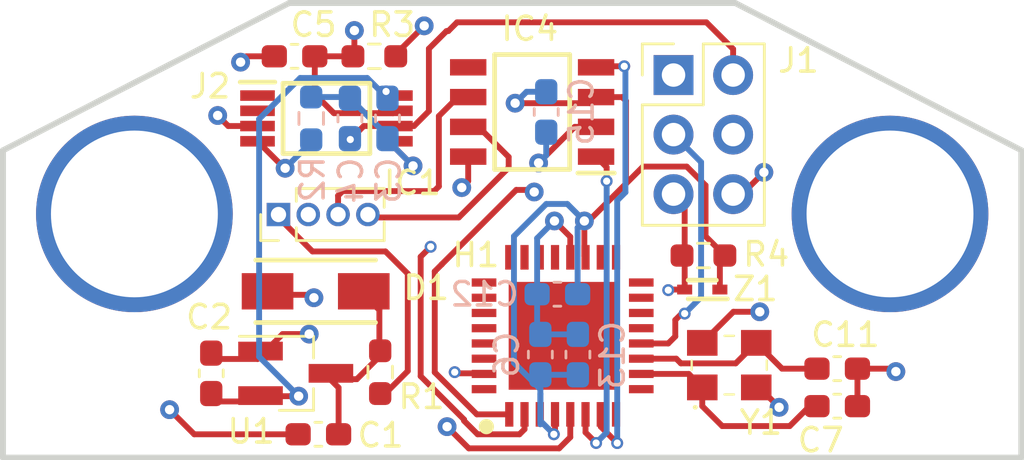
<source format=kicad_pcb>
(kicad_pcb (version 20210126) (generator pcbnew)
  (layers (0 "F.Cu" signal) (1 "In1.Cu" power) (2 "In2.Cu" signal) (31 "B.Cu" signal) (34 "B.Paste" user) (35 "F.Paste" user) (36 "B.SilkS" user "B.Silkscreen") (37 "F.SilkS" user "F.Silkscreen") (38 "B.Mask" user) (39 "F.Mask" user) (44 "Edge.Cuts" user))
  (net 0 "")
  (net 1 "GND")
  (net 2 "Net-(C1-Pad1)")
  (net 3 "5V_CAR")
  (net 4 "5V_USB")
  (net 5 "+5V")
  (net 6 "CANH")
  (net 7 "CANL")
  (net 8 "+12V")
  (net 9 "Net-(IC1-Pad4)")
  (net 11 "/mcu/RXCAN")
  (net 12 "/mcu/TXCAN")
  (net 19 "/mcu/OSC_2")
  (net 20 "/mcu/OSC_1")
  (net 23 "/mcu/RESET")
  (net 38 "/mcu/ICSP_SCK")
  (net 40 "/mcu/ICSP_MOSI")
  (net 41 "/mcu/ICSP_MISO")
  (footprint "Resistor_SMD:R_0603_1608Metric_Pad0.98x0.95mm_HandSolder" (layer "F.Cu") (at 162.025 116.4 90)
    (fp_text reference "R1" (at -1.05 1.76 180) (layer "F.SilkS"))
    (fp_text value "1R")
    (fp_line (start -0.254724 -0.5225) (end 0.254724 -0.5225) (layer "F.SilkS") (width 0.12))
    (fp_line (start -0.254724 0.5225) (end 0.254724 0.5225) (layer "F.SilkS") (width 0.12))
    (pad "1" smd roundrect (at -0.9125 0 90) (size 0.975 0.95) (layers "F.Cu" "F.Paste" "F.Mask") (net 8 "+12V"))
    (pad "2" smd roundrect (at 0.9125 0 90) (size 0.975 0.95) (layers "F.Cu" "F.Paste" "F.Mask") (net 2 "Net-(C1-Pad1)"))
  )
  (footprint "Capacitor_SMD:C_0603_1608Metric_Pad1.08x0.95mm_HandSolder" (layer "F.Cu") (at 181.5 117.85)
    (fp_text reference "C7" (at -0.7 1.45) (layer "F.SilkS"))
    (fp_text value "12pF")
    (fp_line (start -0.146267 -0.51) (end 0.146267 -0.51) (layer "F.SilkS") (width 0.12))
    (fp_line (start -0.146267 0.51) (end 0.146267 0.51) (layer "F.SilkS") (width 0.12))
    (pad "1" smd roundrect (at -0.8625 0) (size 1.075 0.95) (layers "F.Cu" "F.Paste" "F.Mask") (net 20 "/mcu/OSC_1"))
    (pad "2" smd roundrect (at 0.8625 0) (size 1.075 0.95) (layers "F.Cu" "F.Paste" "F.Mask") (net 1 "GND"))
  )
  (footprint "Resistor_SMD:R_0603_1608Metric_Pad0.98x0.95mm_HandSolder" (layer "F.Cu") (at 175.8 111.425)
    (fp_text reference "R4" (at 2.675 -0.05) (layer "F.SilkS"))
    (fp_text value "10K")
    (fp_line (start -0.254724 0.5225) (end 0.254724 0.5225) (layer "F.SilkS") (width 0.12))
    (fp_line (start -0.254724 -0.5225) (end 0.254724 -0.5225) (layer "F.SilkS") (width 0.12))
    (pad "1" smd roundrect (at -0.9125 0) (size 0.975 0.95) (layers "F.Cu" "F.Paste" "F.Mask") (net 23 "/mcu/RESET"))
    (pad "2" smd roundrect (at 0.9125 0) (size 0.975 0.95) (layers "F.Cu" "F.Paste" "F.Mask") (net 5 "+5V"))
  )
  (footprint "SamacSys_Parts:SODFL1608X70N" (layer "F.Cu") (at 175.75 112.875 180)
    (fp_text reference "Z1" (at -2.2625 0.025) (layer "F.SilkS") (effects (font (size 0.9906 0.9906) (thickness 0.1524))))
    (fp_text value "MM5Z5V1T5G" hide)
    (fp_line (start -1.07 -0.4) (end 0.6 -0.4) (layer "F.SilkS") (width 0.2))
    (fp_line (start -0.6 0.4) (end 0.6 0.4) (layer "F.SilkS") (width 0.2))
    (pad "1" smd rect (at -0.75 0 270) (size 0.42 0.64) (layers "F.Cu" "F.Paste" "F.Mask") (net 5 "+5V"))
    (pad "2" smd rect (at 0.75 0 270) (size 0.42 0.64) (layers "F.Cu" "F.Paste" "F.Mask") (net 23 "/mcu/RESET"))
  )
  (footprint "SamacSys_Parts:ECS160833BCTNTR" (layer "F.Cu") (at 176.900002 116.099996)
    (fp_text reference "Y1" (at 1.35 2.45) (layer "F.SilkS") (effects (font (size 0.9906 0.9906) (thickness 0.1524))))
    (fp_text value "ECS-160-8-33B-CTN-TR" hide)
    (fp_line (start -1.6 -0.2) (end -1.6 0.2) (layer "F.SilkS") (width 0.1))
    (fp_line (start -1.5 1.8) (end -1.5 1.8) (layer "F.SilkS") (width 0.1))
    (fp_line (start -1.4 1.8) (end -1.4 1.8) (layer "F.SilkS") (width 0.1))
    (fp_line (start 1.6 -0.2) (end 1.6 0.2) (layer "F.SilkS") (width 0.1))
    (fp_line (start -0.2 1.25) (end 0.2 1.25) (layer "F.SilkS") (width 0.1))
    (fp_line (start -0.2 -1.25) (end 0.2 -1.25) (layer "F.SilkS") (width 0.1))
    (fp_arc (start -1.45 1.8) (end -1.4 1.8) (angle -180) (layer "F.SilkS") (width 0.1))
    (fp_arc (start -1.45 1.8) (end -1.5 1.8) (angle -180) (layer "F.SilkS") (width 0.1))
    (pad "1" smd rect (at -1.15 0.95 90) (size 1.1 1.3) (layers "F.Cu" "F.Paste" "F.Mask") (net 20 "/mcu/OSC_1"))
    (pad "2" smd rect (at 1.15 0.95 90) (size 1.1 1.3) (layers "F.Cu" "F.Paste" "F.Mask") (net 1 "GND"))
    (pad "3" smd rect (at 1.15 -0.95 90) (size 1.1 1.3) (layers "F.Cu" "F.Paste" "F.Mask") (net 19 "/mcu/OSC_2"))
    (pad "4" smd rect (at -1.15 -0.95 90) (size 1.1 1.3) (layers "F.Cu" "F.Paste" "F.Mask") (net 1 "GND"))
  )
  (footprint "MountingHole:MountingHole_6mm_Pad" (layer "F.Cu") (at 183.750001 109.649895)
    (fp_text reference "H3" hide)
    (fp_text value "MountingHole")
    (pad "1" thru_hole circle (at 0 0) (size 8.382 8.382) (drill 7.112) (layers *.Cu *.Mask))
  )
  (footprint "Capacitor_SMD:C_0603_1608Metric_Pad1.08x0.95mm_HandSolder" (layer "F.Cu") (at 181.5 116.25)
    (fp_text reference "C11" (at 0.35 -1.45) (layer "F.SilkS"))
    (fp_text value "12pF")
    (fp_line (start -0.146267 0.51) (end 0.146267 0.51) (layer "F.SilkS") (width 0.12))
    (fp_line (start -0.146267 -0.51) (end 0.146267 -0.51) (layer "F.SilkS") (width 0.12))
    (pad "1" smd roundrect (at -0.8625 0) (size 1.075 0.95) (layers "F.Cu" "F.Paste" "F.Mask") (net 19 "/mcu/OSC_2"))
    (pad "2" smd roundrect (at 0.8625 0) (size 1.075 0.95) (layers "F.Cu" "F.Paste" "F.Mask") (net 1 "GND"))
  )
  (footprint "SamacSys_Parts:QFN65P700X700X100-33N" (layer "F.Cu") (at 169.799991 114.850012 90)
    (fp_text reference "H1" (at 3.45 -3.7 180) (layer "F.SilkS") (effects (font (size 0.9906 0.9906) (thickness 0.1524))))
    (fp_text value "ATMEGA16M1-MU" hide)
    (fp_circle (center -3.8745 -3.25) (end -3.8745 -3.0875) (layer "F.SilkS") (width 0.325) (fill none))
    (pad "1" smd rect (at -3.35 -2.275 180) (size 0.35 1.05) (layers "F.Cu" "F.Paste" "F.Mask") (net 41 "/mcu/ICSP_MISO"))
    (pad "2" smd rect (at -3.35 -1.625 180) (size 0.35 1.05) (layers "F.Cu" "F.Paste" "F.Mask") (net 40 "/mcu/ICSP_MOSI"))
    (pad "3" smd rect (at -3.35 -0.975 180) (size 0.35 1.05) (layers "F.Cu" "F.Paste" "F.Mask"))
    (pad "4" smd rect (at -3.35 -0.325 180) (size 0.35 1.05) (layers "F.Cu" "F.Paste" "F.Mask") (net 5 "+5V"))
    (pad "5" smd rect (at -3.35 0.325 180) (size 0.35 1.05) (layers "F.Cu" "F.Paste" "F.Mask") (net 1 "GND"))
    (pad "6" smd rect (at -3.35 0.975 180) (size 0.35 1.05) (layers "F.Cu" "F.Paste" "F.Mask") (net 12 "/mcu/TXCAN"))
    (pad "7" smd rect (at -3.35 1.625 180) (size 0.35 1.05) (layers "F.Cu" "F.Paste" "F.Mask") (net 11 "/mcu/RXCAN"))
    (pad "8" smd rect (at -3.35 2.275 180) (size 0.35 1.05) (layers "F.Cu" "F.Paste" "F.Mask"))
    (pad "9" smd rect (at -2.275 3.35 90) (size 0.35 1.05) (layers "F.Cu" "F.Paste" "F.Mask"))
    (pad "10" smd rect (at -1.625 3.35 90) (size 0.35 1.05) (layers "F.Cu" "F.Paste" "F.Mask") (net 20 "/mcu/OSC_1"))
    (pad "11" smd rect (at -0.975 3.35 90) (size 0.35 1.05) (layers "F.Cu" "F.Paste" "F.Mask") (net 19 "/mcu/OSC_2"))
    (pad "12" smd rect (at -0.325 3.35 90) (size 0.35 1.05) (layers "F.Cu" "F.Paste" "F.Mask") (net 38 "/mcu/ICSP_SCK"))
    (pad "13" smd rect (at 0.325 3.35 90) (size 0.35 1.05) (layers "F.Cu" "F.Paste" "F.Mask"))
    (pad "14" smd rect (at 0.975 3.35 90) (size 0.35 1.05) (layers "F.Cu" "F.Paste" "F.Mask"))
    (pad "15" smd rect (at 1.625 3.35 90) (size 0.35 1.05) (layers "F.Cu" "F.Paste" "F.Mask"))
    (pad "16" smd rect (at 2.275 3.35 90) (size 0.35 1.05) (layers "F.Cu" "F.Paste" "F.Mask"))
    (pad "17" smd rect (at 3.35 2.275 180) (size 0.35 1.05) (layers "F.Cu" "F.Paste" "F.Mask"))
    (pad "18" smd rect (at 3.35 1.625 180) (size 0.35 1.05) (layers "F.Cu" "F.Paste" "F.Mask"))
    (pad "19" smd rect (at 3.35 0.975 180) (size 0.35 1.05) (layers "F.Cu" "F.Paste" "F.Mask") (net 5 "+5V"))
    (pad "20" smd rect (at 3.35 0.325 180) (size 0.35 1.05) (layers "F.Cu" "F.Paste" "F.Mask") (net 1 "GND"))
    (pad "21" smd rect (at 3.35 -0.325 180) (size 0.35 1.05) (layers "F.Cu" "F.Paste" "F.Mask"))
    (pad "22" smd rect (at 3.35 -0.975 180) (size 0.35 1.05) (layers "F.Cu" "F.Paste" "F.Mask"))
    (pad "23" smd rect (at 3.35 -1.625 180) (size 0.35 1.05) (layers "F.Cu" "F.Paste" "F.Mask"))
    (pad "24" smd rect (at 3.35 -2.275 180) (size 0.35 1.05) (layers "F.Cu" "F.Paste" "F.Mask"))
    (pad "25" smd rect (at 2.275 -3.35 90) (size 0.35 1.05) (layers "F.Cu" "F.Paste" "F.Mask"))
    (pad "26" smd rect (at 1.625 -3.35 90) (size 0.35 1.05) (layers "F.Cu" "F.Paste" "F.Mask"))
    (pad "27" smd rect (at 0.975 -3.35 90) (size 0.35 1.05) (layers "F.Cu" "F.Paste" "F.Mask"))
    (pad "28" smd rect (at 0.325 -3.35 90) (size 0.35 1.05) (layers "F.Cu" "F.Paste" "F.Mask"))
    (pad "29" smd rect (at -0.325 -3.35 90) (size 0.35 1.05) (layers "F.Cu" "F.Paste" "F.Mask"))
    (pad "30" smd rect (at -0.975 -3.35 90) (size 0.35 1.05) (layers "F.Cu" "F.Paste" "F.Mask"))
    (pad "31" smd rect (at -1.625 -3.35 90) (size 0.35 1.05) (layers "F.Cu" "F.Paste" "F.Mask") (net 23 "/mcu/RESET"))
    (pad "32" smd rect (at -2.275 -3.35 90) (size 0.35 1.05) (layers "F.Cu" "F.Paste" "F.Mask"))
    (pad "33" smd rect (at 0 0 90) (size 4.6 4.6) (layers "F.Cu" "F.Paste" "F.Mask"))
  )
  (footprint "Connector_PinHeader_1.27mm:PinHeader_1x04_P1.27mm_Vertical" (layer "F.Cu") (at 157.69 109.675 90)
    (fp_text reference "J2" (at 5.475 -2.915 180) (layer "F.SilkS"))
    (fp_text value "Conn_01x04")
    (fp_line (start -1.11 -0.76) (end 0 -0.76) (layer "F.SilkS") (width 0.12))
    (fp_line (start 1.11 0.76) (end 1.11 4.505) (layer "F.SilkS") (width 0.12))
    (fp_line (start -1.11 0.76) (end -1.11 4.505) (layer "F.SilkS") (width 0.12))
    (fp_line (start 0.563471 0.76) (end 1.11 0.76) (layer "F.SilkS") (width 0.12))
    (fp_line (start -1.11 0) (end -1.11 -0.76) (layer "F.SilkS") (width 0.12))
    (fp_line (start 0.30753 4.505) (end 1.11 4.505) (layer "F.SilkS") (width 0.12))
    (fp_line (start -1.11 0.76) (end -0.563471 0.76) (layer "F.SilkS") (width 0.12))
    (fp_line (start -1.11 4.505) (end -0.30753 4.505) (layer "F.SilkS") (width 0.12))
    (pad "1" thru_hole rect (at 0 0 90) (size 1 1) (drill 0.65) (layers *.Cu *.Mask) (net 8 "+12V"))
    (pad "2" thru_hole oval (at 0 1.27 90) (size 1 1) (drill 0.65) (layers *.Cu *.Mask) (net 1 "GND"))
    (pad "3" thru_hole oval (at 0 2.54 90) (size 1 1) (drill 0.65) (layers *.Cu *.Mask) (net 7 "CANL"))
    (pad "4" thru_hole oval (at 0 3.81 90) (size 1 1) (drill 0.65) (layers *.Cu *.Mask) (net 6 "CANH"))
  )
  (footprint "SamacSys_Parts:SOIC127P600X175-8N" (layer "F.Cu") (at 168.499993 105.299993 180)
    (fp_text reference "IC4" (at 0.100007 3.549988 180) (layer "F.SilkS") (effects (font (size 0.9906 0.9906) (thickness 0.1524))))
    (fp_text value "TJA1050T_CM,118" hide)
    (fp_line (start -1.6 -2.45) (end 1.6 -2.45) (layer "F.SilkS") (width 0.2))
    (fp_line (start -3.5 -2.605) (end -1.95 -2.605) (layer "F.SilkS") (width 0.2))
    (fp_line (start 1.6 -2.45) (end 1.6 2.45) (layer "F.SilkS") (width 0.2))
    (fp_line (start 1.6 2.45) (end -1.6 2.45) (layer "F.SilkS") (width 0.2))
    (fp_line (start -1.6 2.45) (end -1.6 -2.45) (layer "F.SilkS") (width 0.2))
    (pad "1" smd rect (at -2.725 -1.905 270) (size 0.7 1.55) (layers "F.Cu" "F.Paste" "F.Mask") (net 12 "/mcu/TXCAN"))
    (pad "2" smd rect (at -2.725 -0.635 270) (size 0.7 1.55) (layers "F.Cu" "F.Paste" "F.Mask") (net 1 "GND"))
    (pad "3" smd rect (at -2.725 0.635 270) (size 0.7 1.55) (layers "F.Cu" "F.Paste" "F.Mask") (net 5 "+5V"))
    (pad "4" smd rect (at -2.725 1.905 270) (size 0.7 1.55) (layers "F.Cu" "F.Paste" "F.Mask") (net 11 "/mcu/RXCAN"))
    (pad "5" smd rect (at 2.725 1.905 270) (size 0.7 1.55) (layers "F.Cu" "F.Paste" "F.Mask"))
    (pad "6" smd rect (at 2.725 0.635 270) (size 0.7 1.55) (layers "F.Cu" "F.Paste" "F.Mask") (net 7 "CANL"))
    (pad "7" smd rect (at 2.725 -0.635 270) (size 0.7 1.55) (layers "F.Cu" "F.Paste" "F.Mask") (net 6 "CANH"))
    (pad "8" smd rect (at 2.725 -1.905 270) (size 0.7 1.55) (layers "F.Cu" "F.Paste" "F.Mask") (net 1 "GND"))
  )
  (footprint "Package_TO_SOT_SMD:SOT-23_Handsoldering" (layer "F.Cu") (at 158.425007 116.450008)
    (fp_text reference "U1" (at -1.9 2.475) (layer "F.SilkS"))
    (fp_text value "ZXTR2105FFQ-7")
    (fp_line (start 0.76 1.58) (end -0.7 1.58) (layer "F.SilkS") (width 0.12))
    (fp_line (start 0.76 1.58) (end 0.76 0.65) (layer "F.SilkS") (width 0.12))
    (fp_line (start 0.76 -1.58) (end 0.76 -0.65) (layer "F.SilkS") (width 0.12))
    (fp_line (start 0.76 -1.58) (end -2.4 -1.58) (layer "F.SilkS") (width 0.12))
    (pad "1" smd rect (at -1.5 -0.95) (size 1.9 0.8) (layers "F.Cu" "F.Paste" "F.Mask") (net 1 "GND"))
    (pad "2" smd rect (at -1.5 0.95) (size 1.9 0.8) (layers "F.Cu" "F.Paste" "F.Mask") (net 3 "5V_CAR"))
    (pad "3" smd rect (at 1.5 0) (size 1.9 0.8) (layers "F.Cu" "F.Paste" "F.Mask") (net 2 "Net-(C1-Pad1)"))
  )
  (footprint "Connector_PinHeader_2.54mm:PinHeader_2x03_P2.54mm_Vertical" (layer "F.Cu") (at 174.525 103.725)
    (fp_text reference "J1" (at 5.325 -0.625) (layer "F.SilkS"))
    (fp_text value "Conn_02x03_Odd_Even_MountingPin")
    (fp_line (start -1.33 6.41) (end 3.87 6.41) (layer "F.SilkS") (width 0.12))
    (fp_line (start 1.27 -1.33) (end 3.87 -1.33) (layer "F.SilkS") (width 0.12))
    (fp_line (start -1.33 1.27) (end -1.33 6.41) (layer "F.SilkS") (width 0.12))
    (fp_line (start -1.33 1.27) (end 1.27 1.27) (layer "F.SilkS") (width 0.12))
    (fp_line (start -1.33 0) (end -1.33 -1.33) (layer "F.SilkS") (width 0.12))
    (fp_line (start 1.27 1.27) (end 1.27 -1.33) (layer "F.SilkS") (width 0.12))
    (fp_line (start -1.33 -1.33) (end 0 -1.33) (layer "F.SilkS") (width 0.12))
    (fp_line (start 3.87 -1.33) (end 3.87 6.41) (layer "F.SilkS") (width 0.12))
    (pad "1" thru_hole rect (at 0 0) (size 1.7 1.7) (drill 1) (layers *.Cu *.Mask) (net 41 "/mcu/ICSP_MISO"))
    (pad "2" thru_hole oval (at 2.54 0) (size 1.7 1.7) (drill 1) (layers *.Cu *.Mask) (net 4 "5V_USB"))
    (pad "3" thru_hole oval (at 0 2.54) (size 1.7 1.7) (drill 1) (layers *.Cu *.Mask) (net 38 "/mcu/ICSP_SCK"))
    (pad "4" thru_hole oval (at 2.54 2.54) (size 1.7 1.7) (drill 1) (layers *.Cu *.Mask) (net 40 "/mcu/ICSP_MOSI"))
    (pad "5" thru_hole oval (at 0 5.08) (size 1.7 1.7) (drill 1) (layers *.Cu *.Mask) (net 23 "/mcu/RESET"))
    (pad "6" thru_hole oval (at 2.54 5.08) (size 1.7 1.7) (drill 1) (layers *.Cu *.Mask) (net 1 "GND"))
  )
  (footprint "Capacitor_SMD:C_0603_1608Metric_Pad1.08x0.95mm_HandSolder" (layer "F.Cu") (at 154.825 116.45 90)
    (fp_text reference "C2" (at 2.4 -0.09 180) (layer "F.SilkS"))
    (fp_text value "10uF")
    (fp_line (start -0.146267 -0.51) (end 0.146267 -0.51) (layer "F.SilkS") (width 0.12))
    (fp_line (start -0.146267 0.51) (end 0.146267 0.51) (layer "F.SilkS") (width 0.12))
    (pad "1" smd roundrect (at -0.8625 0 90) (size 1.075 0.95) (layers "F.Cu" "F.Paste" "F.Mask") (net 3 "5V_CAR"))
    (pad "2" smd roundrect (at 0.8625 0 90) (size 1.075 0.95) (layers "F.Cu" "F.Paste" "F.Mask") (net 1 "GND"))
  )
  (footprint "Capacitor_SMD:C_0603_1608Metric_Pad1.08x0.95mm_HandSolder" (layer "F.Cu") (at 159.39 119.05 180)
    (fp_text reference "C1" (at -2.65 -0.04) (layer "F.SilkS"))
    (fp_text value "1uF")
    (fp_line (start -0.146267 -0.51) (end 0.146267 -0.51) (layer "F.SilkS") (width 0.12))
    (fp_line (start -0.146267 0.51) (end 0.146267 0.51) (layer "F.SilkS") (width 0.12))
    (pad "1" smd roundrect (at -0.8625 0 180) (size 1.075 0.95) (layers "F.Cu" "F.Paste" "F.Mask") (net 2 "Net-(C1-Pad1)"))
    (pad "2" smd roundrect (at 0.8625 0 180) (size 1.075 0.95) (layers "F.Cu" "F.Paste" "F.Mask") (net 1 "GND"))
  )
  (footprint "Capacitor_SMD:C_0603_1608Metric_Pad1.08x0.95mm_HandSolder" (layer "F.Cu") (at 158.375 102.925 180)
    (fp_text reference "C5" (at -0.81 1.35) (layer "F.SilkS"))
    (fp_text value "1uF")
    (fp_line (start -0.146267 -0.51) (end 0.146267 -0.51) (layer "F.SilkS") (width 0.12))
    (fp_line (start -0.146267 0.51) (end 0.146267 0.51) (layer "F.SilkS") (width 0.12))
    (pad "1" smd roundrect (at -0.8625 0 180) (size 1.075 0.95) (layers "F.Cu" "F.Paste" "F.Mask") (net 5 "+5V"))
    (pad "2" smd roundrect (at 0.8625 0 180) (size 1.075 0.95) (layers "F.Cu" "F.Paste" "F.Mask") (net 1 "GND"))
  )
  (footprint "SamacSys_Parts:SOP65P640X120-8N" (layer "F.Cu") (at 159.735 105.575)
    (fp_text reference "IC1" (at 3.659989 2.749998) (layer "F.SilkS") (effects (font (size 0.9906 0.9906) (thickness 0.1524))))
    (fp_text value "TPS2115AIPWRQ1" hide)
    (fp_line (start -1.85 1.5) (end -1.85 -1.5) (layer "F.SilkS") (width 0.2))
    (fp_line (start -1.85 -1.5) (end 1.85 -1.5) (layer "F.SilkS") (width 0.2))
    (fp_line (start 1.85 -1.5) (end 1.85 1.5) (layer "F.SilkS") (width 0.2))
    (fp_line (start -3.675 -1.55) (end -2.2 -1.55) (layer "F.SilkS") (width 0.2))
    (fp_line (start 1.85 1.5) (end -1.85 1.5) (layer "F.SilkS") (width 0.2))
    (pad "1" smd rect (at -2.938 -0.975 90) (size 0.45 1.475) (layers "F.Cu" "F.Paste" "F.Mask"))
    (pad "2" smd rect (at -2.938 -0.325 90) (size 0.45 1.475) (layers "F.Cu" "F.Paste" "F.Mask"))
    (pad "3" smd rect (at -2.938 0.325 90) (size 0.45 1.475) (layers "F.Cu" "F.Paste" "F.Mask") (net 1 "GND"))
    (pad "4" smd rect (at -2.938 0.975 90) (size 0.45 1.475) (layers "F.Cu" "F.Paste" "F.Mask") (net 9 "Net-(IC1-Pad4)"))
    (pad "5" smd rect (at 2.938 0.975 90) (size 0.45 1.475) (layers "F.Cu" "F.Paste" "F.Mask") (net 1 "GND"))
    (pad "6" smd rect (at 2.938 0.325 90) (size 0.45 1.475) (layers "F.Cu" "F.Paste" "F.Mask") (net 4 "5V_USB"))
    (pad "7" smd rect (at 2.938 -0.325 90) (size 0.45 1.475) (layers "F.Cu" "F.Paste" "F.Mask") (net 5 "+5V"))
    (pad "8" smd rect (at 2.938 -0.975 90) (size 0.45 1.475) (layers "F.Cu" "F.Paste" "F.Mask") (net 3 "5V_CAR"))
  )
  (footprint "SamacSys_Parts:DIONM5127X229N" (layer "F.Cu") (at 159.275 112.95)
    (fp_text reference "D1" (at 4.710002 -0.15001) (layer "F.SilkS") (effects (font (size 0.9906 0.9906) (thickness 0.1524))))
    (fp_text value "SMBJ9.0CA-Q" hide)
    (fp_line (start -2.552 1.332) (end 2.552 1.332) (layer "F.SilkS") (width 0.2))
    (fp_line (start 2.552 -1.332) (end -2.552 -1.332) (layer "F.SilkS") (width 0.2))
    (pad "1" smd rect (at -2.05 0 90) (size 1.55 2.2) (layers "F.Cu" "F.Paste" "F.Mask") (net 1 "GND"))
    (pad "2" smd rect (at 2.05 0 90) (size 1.55 2.2) (layers "F.Cu" "F.Paste" "F.Mask") (net 2 "Net-(C1-Pad1)"))
  )
  (footprint "Resistor_SMD:R_0603_1608Metric_Pad0.98x0.95mm_HandSolder" (layer "F.Cu") (at 161.775 102.925)
    (fp_text reference "R3" (at 0.76 -1.35) (layer "F.SilkS"))
    (fp_text value "50R")
    (fp_line (start -0.254724 0.5225) (end 0.254724 0.5225) (layer "F.SilkS") (width 0.12))
    (fp_line (start -0.254724 -0.5225) (end 0.254724 -0.5225) (layer "F.SilkS") (width 0.12))
    (pad "1" smd roundrect (at -0.9125 0) (size 0.975 0.95) (layers "F.Cu" "F.Paste" "F.Mask") (net 5 "+5V"))
    (pad "2" smd roundrect (at 0.9125 0) (size 0.975 0.95) (layers "F.Cu" "F.Paste" "F.Mask") (net 1 "GND"))
  )
  (footprint "MountingHole:MountingHole_6mm_Pad" (layer "F.Cu") (at 151.5507 109.649895)
    (fp_text reference "H2" hide)
    (fp_text value "MountingHole")
    (pad "1" thru_hole circle (at -0.000007 0.000003) (size 8.382 8.382) (drill 7.112) (layers *.Cu *.Mask))
  )
  (footprint "Resistor_SMD:R_0603_1608Metric_Pad0.98x0.95mm_HandSolder" (layer "B.Cu") (at 159.085 105.575 -90)
    (fp_text reference "R2" (at 2.6 -0.05 90) (layer "B.SilkS") (effects (justify mirror)))
    (fp_text value "700R")
    (fp_line (start -0.254724 0.5225) (end 0.254724 0.5225) (layer "B.SilkS") (width 0.12))
    (fp_line (start -0.254724 -0.5225) (end 0.254724 -0.5225) (layer "B.SilkS") (width 0.12))
    (pad "1" smd roundrect (at -0.9125 0 270) (size 0.975 0.95) (layers "B.Cu" "B.Paste" "B.Mask") (net 1 "GND"))
    (pad "2" smd roundrect (at 0.9125 0 270) (size 0.975 0.95) (layers "B.Cu" "B.Paste" "B.Mask") (net 9 "Net-(IC1-Pad4)"))
  )
  (footprint "Capacitor_SMD:C_0603_1608Metric_Pad1.08x0.95mm_HandSolder" (layer "B.Cu") (at 170.45 115.65 -90)
    (fp_text reference "C13" (at 0.025 -1.475 90) (layer "B.SilkS") (effects (justify mirror)))
    (fp_text value "1uF")
    (fp_line (start -0.146267 -0.51) (end 0.146267 -0.51) (layer "B.SilkS") (width 0.12))
    (fp_line (start -0.146267 0.51) (end 0.146267 0.51) (layer "B.SilkS") (width 0.12))
    (pad "1" smd roundrect (at -0.8625 0 270) (size 1.075 0.95) (layers "B.Cu" "B.Paste" "B.Mask") (net 1 "GND"))
    (pad "2" smd roundrect (at 0.8625 0 270) (size 1.075 0.95) (layers "B.Cu" "B.Paste" "B.Mask") (net 5 "+5V"))
  )
  (footprint "Capacitor_SMD:C_0603_1608Metric_Pad1.08x0.95mm_HandSolder" (layer "B.Cu") (at 168.85 115.65 -90)
    (fp_text reference "C6" (at 0 1.43 90) (layer "B.SilkS") (effects (justify mirror)))
    (fp_text value "100nF")
    (fp_line (start -0.146267 0.51) (end 0.146267 0.51) (layer "B.SilkS") (width 0.12))
    (fp_line (start -0.146267 -0.51) (end 0.146267 -0.51) (layer "B.SilkS") (width 0.12))
    (pad "1" smd roundrect (at -0.8625 0 270) (size 1.075 0.95) (layers "B.Cu" "B.Paste" "B.Mask") (net 1 "GND"))
    (pad "2" smd roundrect (at 0.8625 0 270) (size 1.075 0.95) (layers "B.Cu" "B.Paste" "B.Mask") (net 5 "+5V"))
  )
  (footprint "Capacitor_SMD:C_0603_1608Metric_Pad1.08x0.95mm_HandSolder" (layer "B.Cu") (at 169.575 113.075)
    (fp_text reference "C12" (at -3.1 0) (layer "B.SilkS") (effects (justify mirror)))
    (fp_text value "100nF")
    (fp_line (start -0.146267 -0.51) (end 0.146267 -0.51) (layer "B.SilkS") (width 0.12))
    (fp_line (start -0.146267 0.51) (end 0.146267 0.51) (layer "B.SilkS") (width 0.12))
    (pad "1" smd roundrect (at -0.8625 0) (size 1.075 0.95) (layers "B.Cu" "B.Paste" "B.Mask") (net 1 "GND"))
    (pad "2" smd roundrect (at 0.8625 0) (size 1.075 0.95) (layers "B.Cu" "B.Paste" "B.Mask") (net 5 "+5V"))
  )
  (footprint "Capacitor_SMD:C_0603_1608Metric_Pad1.08x0.95mm_HandSolder" (layer "B.Cu") (at 169.1 105.3 -90)
    (fp_text reference "C15" (at -0.025 -1.5 -90) (layer "B.SilkS") (effects (justify mirror)))
    (fp_text value "100nF")
    (fp_line (start -0.146267 -0.51) (end 0.146267 -0.51) (layer "B.SilkS") (width 0.12))
    (fp_line (start -0.146267 0.51) (end 0.146267 0.51) (layer "B.SilkS") (width 0.12))
    (pad "1" smd roundrect (at -0.8625 0 270) (size 1.075 0.95) (layers "B.Cu" "B.Paste" "B.Mask") (net 5 "+5V"))
    (pad "2" smd roundrect (at 0.8625 0 270) (size 1.075 0.95) (layers "B.Cu" "B.Paste" "B.Mask") (net 1 "GND"))
  )
  (footprint "Capacitor_SMD:C_0603_1608Metric_Pad1.08x0.95mm_HandSolder" (layer "B.Cu") (at 162.335 105.575 90)
    (fp_text reference "C3" (at -2.65 0.05 90) (layer "B.SilkS") (effects (justify mirror)))
    (fp_text value "100nF")
    (fp_line (start -0.146267 -0.51) (end 0.146267 -0.51) (layer "B.SilkS") (width 0.12))
    (fp_line (start -0.146267 0.51) (end 0.146267 0.51) (layer "B.SilkS") (width 0.12))
    (pad "1" smd roundrect (at -0.8625 0 90) (size 1.075 0.95) (layers "B.Cu" "B.Paste" "B.Mask") (net 1 "GND"))
    (pad "2" smd roundrect (at 0.8625 0 90) (size 1.075 0.95) (layers "B.Cu" "B.Paste" "B.Mask") (net 3 "5V_CAR"))
  )
  (footprint "Capacitor_SMD:C_0603_1608Metric_Pad1.08x0.95mm_HandSolder" (layer "B.Cu") (at 160.735 105.575 90)
    (fp_text reference "C4" (at -2.65 0.04 270) (layer "B.SilkS") (effects (justify mirror)))
    (fp_text value "100nF")
    (fp_line (start -0.146267 0.51) (end 0.146267 0.51) (layer "B.SilkS") (width 0.12))
    (fp_line (start -0.146267 -0.51) (end 0.146267 -0.51) (layer "B.SilkS") (width 0.12))
    (pad "1" smd roundrect (at -0.8625 0 90) (size 1.075 0.95) (layers "B.Cu" "B.Paste" "B.Mask") (net 4 "5V_USB"))
    (pad "2" smd roundrect (at 0.8625 0 90) (size 1.075 0.95) (layers "B.Cu" "B.Paste" "B.Mask") (net 1 "GND"))
  )
  (gr_line (start 189.34684 120.045996) (end 189.34684 106.934) (layer "Edge.Cuts") (width 0.254))
  (gr_line (start 158.150001 100.649989) (end 145.95 106.937404) (layer "Edge.Cuts") (width 0.254))
  (gr_line (start 145.95 120.045996) (end 189.34684 120.045996) (layer "Edge.Cuts") (width 0.254))
  (gr_line (start 158.150001 100.649989) (end 177.150039 100.649989) (layer "Edge.Cuts") (width 0.254))
  (gr_line (start 145.95 120.045988) (end 145.95 106.937404) (layer "Edge.Cuts") (width 0.254))
  (gr_line (start 189.34684 106.934) (end 177.150039 100.649989) (layer "Edge.Cuts") (width 0.254))
  (segment (start 155.55 105.9) (end 155.1 105.45) (width 0.25) (layer "F.Cu") (net 1))
  (segment (start 165.775 108.25) (end 165.5 108.525) (width 0.25) (layer "F.Cu") (net 1))
  (segment (start 162.6875 102.8375) (end 163.9 101.625) (width 0.25) (layer "F.Cu") (net 1))
  (segment (start 162.6875 102.925) (end 162.6875 102.8375) (width 0.25) (layer "F.Cu") (net 1))
  (segment (start 178.175 117.05) (end 179.025 117.9) (width 0.25) (layer "F.Cu") (net 1))
  (segment (start 162.673 106.848) (end 163.425 107.6) (width 0.25) (layer "F.Cu") (net 1))
  (segment (start 154.79 115.8375) (end 156.8025 115.8375) (width 0.25) (layer "F.Cu") (net 1))
  (segment (start 162.673 106.55) (end 162.673 106.848) (width 0.25) (layer "F.Cu") (net 1))
  (segment (start 157.865 114.775) (end 159 114.775) (width 0.25) (layer "F.Cu") (net 1))
  (segment (start 178.05 117.05) (end 178.175 117.05) (width 0.25) (layer "F.Cu") (net 1))
  (segment (start 169.65 119.65) (end 170.125 119.175) (width 0.25) (layer "F.Cu") (net 1))
  (segment (start 177.445 108.805) (end 178.375 107.875) (width 0.25) (layer "F.Cu") (net 1))
  (segment (start 171.225 105.935) (end 170.315 105.935) (width 0.25) (layer "F.Cu") (net 1))
  (segment (start 158.5275 119.05) (end 154.1 119.05) (width 0.25) (layer "F.Cu") (net 1))
  (segment (start 156.8025 115.8375) (end 156.89 115.75) (width 0.25) (layer "F.Cu") (net 1))
  (segment (start 159.075 113.1) (end 159.2 113.225) (width 0.25) (layer "F.Cu") (net 1))
  (segment (start 154.1 119.05) (end 153.05 118) (width 0.25) (layer "F.Cu") (net 1))
  (segment (start 170.125 119.175) (end 170.125 118.2) (width 0.25) (layer "F.Cu") (net 1))
  (segment (start 165.8 119.65) (end 169.65 119.65) (width 0.25) (layer "F.Cu") (net 1))
  (segment (start 165.775 107.205) (end 165.775 108.25) (width 0.25) (layer "F.Cu") (net 1))
  (segment (start 164.875 118.725) (end 165.8 119.65) (width 0.25) (layer "F.Cu") (net 1))
  (segment (start 182.3625 116.25) (end 183.875 116.25) (width 0.25) (layer "F.Cu") (net 1))
  (segment (start 157.5125 102.925) (end 156.325 102.925) (width 0.25) (layer "F.Cu") (net 1))
  (segment (start 170.125 110.625) (end 169.45 109.95) (width 0.25) (layer "F.Cu") (net 1))
  (segment (start 156.325 102.925) (end 156.075 103.175) (width 0.25) (layer "F.Cu") (net 1))
  (segment (start 156.797 105.9) (end 155.55 105.9) (width 0.25) (layer "F.Cu") (net 1))
  (segment (start 182.3625 117.85) (end 182.3625 116.25) (width 0.25) (layer "F.Cu") (net 1))
  (segment (start 175.75 115.15) (end 177.075 113.825) (width 0.25) (layer "F.Cu") (net 1))
  (segment (start 170.315 105.935) (end 168.775 107.475) (width 0.25) (layer "F.Cu") (net 1))
  (segment (start 170.125 111.5) (end 170.125 110.625) (width 0.25) (layer "F.Cu") (net 1))
  (segment (start 177.065 108.805) (end 177.445 108.805) (width 0.25) (layer "F.Cu") (net 1))
  (segment (start 183.875 116.25) (end 184 116.375) (width 0.25) (layer "F.Cu") (net 1))
  (segment (start 157.24 113.1) (end 159.075 113.1) (width 0.25) (layer "F.Cu") (net 1))
  (segment (start 175.75 115.15) (end 175.75 114.925) (width 0.25) (layer "F.Cu") (net 1))
  (segment (start 156.89 115.75) (end 157.865 114.775) (width 0.25) (layer "F.Cu") (net 1))
  (segment (start 177.075 113.825) (end 178.2 113.825) (width 0.25) (layer "F.Cu") (net 1))
  (segment (start 178.05 117.05) (end 178.05 117.15) (width 0.25) (layer "F.Cu") (net 1))
  (via (at 168.775 107.475) (size 0.8) (drill 0.4) (layers "F.Cu" "B.Cu") (net 1))
  (via (at 163.425 107.6) (size 0.8) (drill 0.4) (layers "F.Cu" "B.Cu") (net 1))
  (via (at 184 116.375) (size 0.8) (drill 0.4) (layers "F.Cu" "B.Cu") (net 1))
  (via (at 155.1 105.45) (size 0.8) (drill 0.4) (layers "F.Cu" "B.Cu") (net 1))
  (via (at 179.025 117.9) (size 0.8) (drill 0.4) (layers "F.Cu" "B.Cu") (net 1))
  (via (at 165.5 108.525) (size 0.8) (drill 0.4) (layers "F.Cu" "B.Cu") (net 1))
  (via (at 153.05 118) (size 0.8) (drill 0.4) (layers "F.Cu" "B.Cu") (net 1))
  (via (at 159 114.775) (size 0.8) (drill 0.4) (layers "F.Cu" "B.Cu") (net 1))
  (via (at 163.9 101.625) (size 0.8) (drill 0.4) (layers "F.Cu" "B.Cu") (net 1))
  (via (at 178.375 107.875) (size 0.8) (drill 0.4) (layers "F.Cu" "B.Cu") (net 1))
  (via (at 164.875 118.725) (size 0.8) (drill 0.4) (layers "F.Cu" "B.Cu") (net 1))
  (via (at 159.2 113.225) (size 0.8) (drill 0.4) (layers "F.Cu" "B.Cu") (net 1))
  (via (at 169.45 109.95) (size 0.8) (drill 0.4) (layers "F.Cu" "B.Cu") (net 1))
  (via (at 178.2 113.825) (size 0.8) (drill 0.4) (layers "F.Cu" "B.Cu") (net 1))
  (via (at 156.075 103.175) (size 0.8) (drill 0.4) (layers "F.Cu" "B.Cu") (net 1))
  (segment (start 159.085 104.6625) (end 159.085 104.7875) (width 0.25) (layer "B.Cu") (net 1))
  (segment (start 168.7125 113.075) (end 168.7125 110.6875) (width 0.25) (layer "B.Cu") (net 1))
  (segment (start 169.1 106.1625) (end 169.1 107.15) (width 0.25) (layer "B.Cu") (net 1))
  (segment (start 168.7125 113.075) (end 168.7125 114.65) (width 0.25) (layer "B.Cu") (net 1))
  (segment (start 159.085 104.6625) (end 160.685 104.6625) (width 0.25) (layer "B.Cu") (net 1))
  (segment (start 169.1 107.15) (end 168.775 107.475) (width 0.25) (layer "B.Cu") (net 1))
  (segment (start 170.45 114.7875) (end 168.85 114.7875) (width 0.25) (layer "B.Cu") (net 1))
  (segment (start 162.335 106.51) (end 163.425 107.6) (width 0.25) (layer "B.Cu") (net 1))
  (segment (start 160.685 104.6625) (end 160.735 104.7125) (width 0.25) (layer "B.Cu") (net 1))
  (segment (start 162.335 106.3125) (end 160.735 104.7125) (width 0.25) (layer "B.Cu") (net 1))
  (segment (start 162.335 106.4375) (end 162.335 106.51) (width 0.25) (layer "B.Cu") (net 1))
  (segment (start 162.335 106.4375) (end 162.335 106.3125) (width 0.25) (layer "B.Cu") (net 1))
  (segment (start 168.7125 110.6875) (end 169.45 109.95) (width 0.25) (layer "B.Cu") (net 1))
  (segment (start 168.7125 114.65) (end 168.85 114.7875) (width 0.25) (layer "B.Cu") (net 1))
  (segment (start 161.0275 116.7) (end 161.99 115.7375) (width 0.25) (layer "F.Cu") (net 2))
  (segment (start 159.89 116.7) (end 161.0275 116.7) (width 0.25) (layer "F.Cu") (net 2))
  (segment (start 161.99 113.75) (end 161.34 113.1) (width 0.25) (layer "F.Cu") (net 2))
  (segment (start 161.99 115.7375) (end 161.99 113.75) (width 0.25) (layer "F.Cu") (net 2))
  (segment (start 160.2525 117.0625) (end 159.89 116.7) (width 0.25) (layer "F.Cu") (net 2))
  (segment (start 160.2525 119.3) (end 160.2525 117.0625) (width 0.25) (layer "F.Cu") (net 2))
  (segment (start 156.95 117.425) (end 156.925 117.4) (width 0.25) (layer "F.Cu") (net 3))
  (segment (start 158.55 117.425) (end 156.95 117.425) (width 0.25) (layer "F.Cu") (net 3))
  (segment (start 156.89 117.65) (end 154.8775 117.65) (width 0.25) (layer "F.Cu") (net 3))
  (segment (start 162.356798 104.6) (end 162.335 104.621798) (width 0.25) (layer "F.Cu") (net 3))
  (segment (start 154.8775 117.65) (end 154.79 117.5625) (width 0.25) (layer "F.Cu") (net 3))
  (segment (start 162.673 104.6) (end 162.356798 104.6) (width 0.25) (layer "F.Cu") (net 3))
  (via (at 158.55 117.425) (size 0.8) (drill 0.4) (layers "F.Cu" "B.Cu") (net 3))
  (via (at 162.275 104.425) (size 0.508) (drill 0.3048) (layers "F.Cu" "B.Cu") (net 3))
  (segment (start 162.335 104.7125) (end 161.47248 103.84998) (width 0.25) (layer "B.Cu") (net 3))
  (segment (start 156.864989 115.739989) (end 158.55 117.425) (width 0.25) (layer "B.Cu") (net 3))
  (segment (start 158.614496 103.84998) (end 156.864989 105.599487) (width 0.25) (layer "B.Cu") (net 3))
  (segment (start 161.47248 103.84998) (end 158.614496 103.84998) (width 0.25) (layer "B.Cu") (net 3))
  (segment (start 156.864989 105.599487) (end 156.864989 115.739989) (width 0.25) (layer "B.Cu") (net 3))
  (segment (start 164.85 101.85) (end 164.1 102.6) (width 0.25) (layer "F.Cu") (net 4))
  (segment (start 175.925 101.475) (end 165.3 101.475) (width 0.25) (layer "F.Cu") (net 4))
  (segment (start 177.065 103.725) (end 177.065 102.615) (width 0.25) (layer "F.Cu") (net 4))
  (segment (start 164.1 105.263556) (end 163.463556 105.9) (width 0.25) (layer "F.Cu") (net 4))
  (segment (start 164.1 102.6) (end 164.1 105.263556) (width 0.25) (layer "F.Cu") (net 4))
  (segment (start 160.75 106.475) (end 161.325 105.9) (width 0.25) (layer "F.Cu") (net 4))
  (segment (start 161.325 105.9) (end 162.673 105.9) (width 0.25) (layer "F.Cu") (net 4))
  (segment (start 177.065 102.615) (end 175.925 101.475) (width 0.25) (layer "F.Cu") (net 4))
  (segment (start 165.3 101.475) (end 164.925 101.85) (width 0.25) (layer "F.Cu") (net 4))
  (segment (start 164.925 101.85) (end 164.85 101.85) (width 0.25) (layer "F.Cu") (net 4))
  (segment (start 163.463556 105.9) (end 162.673 105.9) (width 0.25) (layer "F.Cu") (net 4))
  (via (at 160.749996 106.474997) (size 0.508) (drill 0.3048) (layers "F.Cu" "B.Cu") (net 4))
  (segment (start 160.735 106.4375) (end 160.735 106.46) (width 0.25) (layer "B.Cu") (net 4))
  (segment (start 160.735 106.46) (end 160.75 106.475) (width 0.25) (layer "B.Cu") (net 4))
  (segment (start 162.573 105.35) (end 162.673 105.25) (width 0.25) (layer "F.Cu") (net 5))
  (segment (start 170.725 111.45) (end 170.775 111.5) (width 0.25) (layer "F.Cu") (net 5))
  (segment (start 169.475 118.2) (end 169.475 119) (width 0.25) (layer "F.Cu") (net 5))
  (segment (start 172.5 108.356732) (end 173.226743 107.629989) (width 0.25) (layer "F.Cu") (net 5))
  (segment (start 170.965 104.925) (end 171.225 104.665) (width 0.25) (layer "F.Cu") (net 5))
  (segment (start 167.775 104.925) (end 170.965 104.925) (width 0.25) (layer "F.Cu") (net 5))
  (segment (start 172.335 104.665) (end 171.225 104.665) (width 0.25) (layer "F.Cu") (net 5))
  (segment (start 170.906732 109.95) (end 172.5 108.356732) (width 0.25) (layer "F.Cu") (net 5))
  (segment (start 160.925 101.825) (end 160.925 102.8625) (width 0.25) (layer "F.Cu") (net 5))
  (segment (start 175.089006 107.629989) (end 175.889989 108.430972) (width 0.25) (layer "F.Cu") (net 5))
  (segment (start 170.725 109.95) (end 170.725 111.45) (width 0.25) (layer "F.Cu") (net 5))
  (segment (start 159.2375 104.5375) (end 160.05 105.35) (width 0.25) (layer "F.Cu") (net 5))
  (segment (start 176.5 112.875) (end 176.5 111.6375) (width 0.25) (layer "F.Cu") (net 5))
  (segment (start 176.5 111.6375) (end 176.7125 111.425) (width 0.25) (layer "F.Cu") (net 5))
  (segment (start 175.889989 110.602489) (end 176.7125 111.425) (width 0.25) (layer "F.Cu") (net 5))
  (segment (start 159.2375 102.925) (end 159.2375 104.5375) (width 0.25) (layer "F.Cu") (net 5))
  (segment (start 172.5 108.356732) (end 172.5 104.83) (width 0.25) (layer "F.Cu") (net 5))
  (segment (start 172.5 104.83) (end 172.335 104.665) (width 0.25) (layer "F.Cu") (net 5))
  (segment (start 159.2375 102.925) (end 160.8625 102.925) (width 0.25) (layer "F.Cu") (net 5))
  (segment (start 170.725 109.95) (end 170.906732 109.95) (width 0.25) (layer "F.Cu") (net 5))
  (segment (start 175.889989 108.430972) (end 175.889989 110.602489) (width 0.25) (layer "F.Cu") (net 5))
  (segment (start 160.925 102.8625) (end 160.8625 102.925) (width 0.25) (layer "F.Cu") (net 5))
  (segment (start 169.475 119) (end 169.425 119.05) (width 0.25) (layer "F.Cu") (net 5))
  (segment (start 173.226743 107.629989) (end 175.089006 107.629989) (width 0.25) (layer "F.Cu") (net 5))
  (segment (start 160.05 105.35) (end 162.573 105.35) (width 0.25) (layer "F.Cu") (net 5))
  (via (at 169.42501 119.050003) (size 0.508) (drill 0.3048) (layers "F.Cu" "B.Cu") (net 5))
  (via (at 167.775 104.925) (size 0.8) (drill 0.4) (layers "F.Cu" "B.Cu") (net 5))
  (via (at 160.925 101.825) (size 0.8) (drill 0.4) (layers "F.Cu" "B.Cu") (net 5))
  (via (at 170.725 109.95) (size 0.8) (drill 0.4) (layers "F.Cu" "B.Cu") (net 5))
  (segment (start 169.1 104.4375) (end 168.2625 104.4375) (width 0.25) (layer "B.Cu") (net 5))
  (segment (start 168.85 117.325) (end 168.85 118.475) (width 0.25) (layer "B.Cu") (net 5))
  (segment (start 167.725 110.601983) (end 169.101994 109.224989) (width 0.25) (layer "B.Cu") (net 5))
  (segment (start 169.101994 109.224989) (end 169.999989 109.224989) (width 0.25) (layer "B.Cu") (net 5))
  (segment (start 168.2625 104.4375) (end 167.775 104.925) (width 0.25) (layer "B.Cu") (net 5))
  (segment (start 170.4375 110.2375) (end 170.725 109.95) (width 0.25) (layer "B.Cu") (net 5))
  (segment (start 168.85 118.475) (end 169.425 119.05) (width 0.25) (layer "B.Cu") (net 5))
  (segment (start 169.999989 109.224989) (end 170.725 109.95) (width 0.25) (layer "B.Cu") (net 5))
  (segment (start 168.85 118.625) (end 168.85 117.325) (width 0.25) (layer "B.Cu") (net 5))
  (segment (start 168.85 117.325) (end 168.85 117.125) (width 0.25) (layer "B.Cu") (net 5))
  (segment (start 168.85 117.125) (end 168.85 116.5125) (width 0.25) (layer "B.Cu") (net 5))
  (segment (start 170.45 116.5125) (end 168.85 116.5125) (width 0.25) (layer "B.Cu") (net 5))
  (segment (start 170.4375 113.075) (end 170.4375 110.2375) (width 0.25) (layer "B.Cu") (net 5))
  (segment (start 168.85 117.125) (end 167.725 116) (width 0.25) (layer "B.Cu") (net 5))
  (segment (start 167.725 116) (end 167.725 110.601983) (width 0.25) (layer "B.Cu") (net 5))
  (segment (start 167.5 107.675) (end 167.5 107.21998) (width 0.25) (layer "F.Cu") (net 6))
  (segment (start 165.375 109.8) (end 167.5 107.675) (width 0.25) (layer "F.Cu") (net 6))
  (segment (start 161.5 109.8) (end 165.375 109.8) (width 0.25) (layer "F.Cu") (net 6))
  (segment (start 167.5 107.21998) (end 166.21502 105.935) (width 0.25) (layer "F.Cu") (net 6))
  (segment (start 166.21502 105.935) (end 165.775 105.935) (width 0.25) (layer "F.Cu") (net 6))
  (segment (start 165.33498 104.665) (end 164.525 105.47498) (width 0.25) (layer "F.Cu") (net 7))
  (segment (start 160.23 108.87) (end 160.23 109.8) (width 0.25) (layer "F.Cu") (net 7))
  (segment (start 165.775 104.665) (end 165.33498 104.665) (width 0.25) (layer "F.Cu") (net 7))
  (segment (start 164.525 108.475) (end 164.325 108.675) (width 0.25) (layer "F.Cu") (net 7))
  (segment (start 164.325 108.675) (end 160.425 108.675) (width 0.25) (layer "F.Cu") (net 7))
  (segment (start 164.525 105.47498) (end 164.525 108.475) (width 0.25) (layer "F.Cu") (net 7))
  (segment (start 160.425 108.675) (end 160.23 108.87) (width 0.25) (layer "F.Cu") (net 7))
  (segment (start 163.2 116.3525) (end 161.99 117.5625) (width 0.25) (layer "F.Cu") (net 8))
  (segment (start 159.14 111.25) (end 162.25 111.25) (width 0.25) (layer "F.Cu") (net 8))
  (segment (start 163.2 112.2) (end 163.2 116.3525) (width 0.25) (layer "F.Cu") (net 8))
  (segment (start 157.69 109.8) (end 159.14 111.25) (width 0.25) (layer "F.Cu") (net 8))
  (segment (start 162.25 111.25) (end 163.2 112.2) (width 0.25) (layer "F.Cu") (net 8))
  (segment (start 157.947 107.7) (end 156.797 106.55) (width 0.25) (layer "F.Cu") (net 9))
  (segment (start 157.975 107.7) (end 157.947 107.7) (width 0.25) (layer "F.Cu") (net 9))
  (via (at 157.975 107.7) (size 0.8) (drill 0.4) (layers "F.Cu" "B.Cu") (net 9))
  (segment (start 159.085 106.59) (end 157.975 107.7) (width 0.25) (layer "B.Cu") (net 9))
  (segment (start 159.085 106.4875) (end 159.085 106.59) (width 0.25) (layer "B.Cu") (net 9))
  (segment (start 171.425 118.2) (end 171.425 118.725) (width 0.25) (layer "F.Cu") (net 11))
  (segment (start 172.425 103.35) (end 171.27 103.35) (width 0.25) (layer "F.Cu") (net 11))
  (segment (start 171.425 118.725) (end 172.125 119.425) (width 0.25) (layer "F.Cu") (net 11))
  (segment (start 171.27 103.35) (end 171.225 103.395) (width 0.25) (layer "F.Cu") (net 11))
  (via (at 172.125005 119.425009) (size 0.508) (drill 0.3048) (layers "F.Cu" "B.Cu") (net 11))
  (via (at 172.425004 103.350009) (size 0.508) (drill 0.3048) (layers "F.Cu" "B.Cu") (net 11))
  (segment (start 172.125005 109.074995) (end 172.475 108.725) (width 0.25) (layer "B.Cu") (net 11))
  (segment (start 172.125005 119.425009) (end 172.125005 109.074995) (width 0.25) (layer "B.Cu") (net 11))
  (segment (start 172.475 108.725) (end 172.475 103.4) (width 0.25) (layer "B.Cu") (net 11))
  (segment (start 172.475 103.4) (end 172.425 103.35) (width 0.25) (layer "B.Cu") (net 11))
  (segment (start 171.674985 107.654985) (end 171.225 107.205) (width 0.25) (layer "F.Cu") (net 12))
  (segment (start 170.775 118.2) (end 170.775 118.970148) (width 0.25) (layer "F.Cu") (net 12))
  (segment (start 170.775 118.970148) (end 171.226424 119.421572) (width 0.25) (layer "F.Cu") (net 12))
  (segment (start 171.674985 108.399985) (end 171.674985 107.654985) (width 0.25) (layer "F.Cu") (net 12))
  (via (at 171.675 108.25) (size 0.508) (drill 0.3048) (layers "F.Cu" "B.Cu") (net 12))
  (via (at 171.226429 119.42158) (size 0.508) (drill 0.3048) (layers "F.Cu" "B.Cu") (net 12))
  (segment (start 171.674985 118.973024) (end 171.674985 108.399985) (width 0.25) (layer "B.Cu") (net 12))
  (segment (start 171.674985 108.399985) (end 171.65 108.375) (width 0.25) (layer "B.Cu") (net 12))
  (segment (start 171.226429 119.42158) (end 171.674985 118.973024) (width 0.25) (layer "B.Cu") (net 12))
  (segment (start 177.174989 116.025011) (end 178.05 115.15) (width 0.25) (layer "F.Cu") (net 19))
  (segment (start 173.15 115.825) (end 174.63998 115.825) (width 0.25) (layer "F.Cu") (net 19))
  (segment (start 179.15 116.25) (end 178.05 115.15) (width 0.25) (layer "F.Cu") (net 19))
  (segment (start 174.63998 115.825) (end 174.839991 116.025011) (width 0.25) (layer "F.Cu") (net 19))
  (segment (start 180.6375 116.25) (end 179.15 116.25) (width 0.25) (layer "F.Cu") (net 19))
  (segment (start 174.839991 116.025011) (end 177.174989 116.025011) (width 0.25) (layer "F.Cu") (net 19))
  (segment (start 175.75 117.85) (end 175.75 117.05) (width 0.25) (layer "F.Cu") (net 20))
  (segment (start 176.6 118.7) (end 175.75 117.85) (width 0.25) (layer "F.Cu") (net 20))
  (segment (start 180.325 117.85) (end 179.475 118.7) (width 0.25) (layer "F.Cu") (net 20))
  (segment (start 179.475 118.7) (end 176.6 118.7) (width 0.25) (layer "F.Cu") (net 20))
  (segment (start 175.75 117.05) (end 175.65 116.95) (width 0.25) (layer "F.Cu") (net 20))
  (segment (start 173.150031 116.475031) (end 175.175031 116.475031) (width 0.25) (layer "F.Cu") (net 20))
  (segment (start 173.15 116.475) (end 173.150031 116.475031) (width 0.25) (layer "F.Cu") (net 20))
  (segment (start 180.6375 117.85) (end 180.325 117.85) (width 0.25) (layer "F.Cu") (net 20))
  (segment (start 175.175031 116.475031) (end 175.75 117.05) (width 0.25) (layer "F.Cu") (net 20))
  (segment (start 175 109.28) (end 174.525 108.805) (width 0.25) (layer "F.Cu") (net 23))
  (segment (start 165.175 116.45) (end 166.425 116.45) (width 0.25) (layer "F.Cu") (net 23))
  (segment (start 175 112.875) (end 174.325 112.875) (width 0.25) (layer "F.Cu") (net 23))
  (segment (start 175 112.875) (end 175 109.28) (width 0.25) (layer "F.Cu") (net 23))
  (segment (start 166.425 116.45) (end 166.45 116.475) (width 0.25) (layer "F.Cu") (net 23))
  (segment (start 174.325 112.875) (end 174.3 112.9) (width 0.25) (layer "F.Cu") (net 23))
  (via (at 174.300007 112.900003) (size 0.508) (drill 0.3048) (layers "F.Cu" "B.Cu") (net 23))
  (via (at 165.2 116.4) (size 0.508) (drill 0.3048) (layers "F.Cu" "B.Cu") (net 23))
  (segment (start 173.15 115.175) (end 174.3 115.175) (width 0.25) (layer "F.Cu") (net 38))
  (segment (start 174.875 113.9) (end 175 113.9) (width 0.25) (layer "F.Cu") (net 38))
  (segment (start 174.6 114.175) (end 174.875 113.9) (width 0.25) (layer "F.Cu") (net 38))
  (segment (start 174.3 115.175) (end 174.6 114.875) (width 0.25) (layer "F.Cu") (net 38))
  (segment (start 174.6 114.875) (end 174.6 114.175) (width 0.25) (layer "F.Cu") (net 38))
  (via (at 175.000006 113.900001) (size 0.508) (drill 0.3048) (layers "F.Cu" "B.Cu") (net 38))
  (segment (start 174.525 106.265) (end 175.700011 107.440011) (width 0.25) (layer "B.Cu") (net 38))
  (segment (start 175.700011 113.199989) (end 175 113.9) (width 0.25) (layer "B.Cu") (net 38))
  (segment (start 175.700011 107.440011) (end 175.700011 113.199989) (width 0.25) (layer "B.Cu") (net 38))
  (segment (start 166.175011 119.050011) (end 167.960009 119.050011) (width 0.25) (layer "F.Cu") (net 40))
  (segment (start 168.175 118.83502) (end 168.175 118.2) (width 0.25) (layer "F.Cu") (net 40))
  (segment (start 164.175 111.05) (end 163.75 111.475) (width 0.25) (layer "F.Cu") (net 40))
  (segment (start 165.600011 118.475011) (end 166.175011 119.050011) (width 0.25) (layer "F.Cu") (net 40))
  (segment (start 163.75 111.475) (end 163.75 116.572486) (width 0.25) (layer "F.Cu") (net 40))
  (segment (start 167.960009 119.050011) (end 168.175 118.83502) (width 0.25) (layer "F.Cu") (net 40))
  (segment (start 163.75 116.572486) (end 165.600011 118.422497) (width 0.25) (layer "F.Cu") (net 40))
  (segment (start 165.600011 118.422497) (end 165.600011 118.475011) (width 0.25) (layer "F.Cu") (net 40))
  (via (at 164.175008 111.049994) (size 0.508) (drill 0.3048) (layers "F.Cu" "B.Cu") (net 40))
  (segment (start 164.35 112.1) (end 164.65 111.8) (width 0.25) (layer "F.Cu") (net 41))
  (segment (start 167.822848 108.625) (end 168.5 108.625) (width 0.25) (layer "F.Cu") (net 41))
  (segment (start 167.525 118.2) (end 166.143245 118.2) (width 0.25) (layer "F.Cu") (net 41))
  (segment (start 164.35 116.406755) (end 164.35 112.1) (width 0.25) (layer "F.Cu") (net 41))
  (segment (start 164.65 111.8) (end 164.65 111.797848) (width 0.25) (layer "F.Cu") (net 41))
  (segment (start 168.5 108.625) (end 168.588339 108.713339) (width 0.25) (layer "F.Cu") (net 41))
  (segment (start 166.143245 118.2) (end 164.35 116.406755) (width 0.25) (layer "F.Cu") (net 41))
  (segment (start 164.65 111.797848) (end 167.822848 108.625) (width 0.25) (layer "F.Cu") (net 41))
  (via (at 168.588339 108.713339) (size 0.8) (drill 0.4) (layers "F.Cu" "B.Cu") (net 41))
)
</source>
